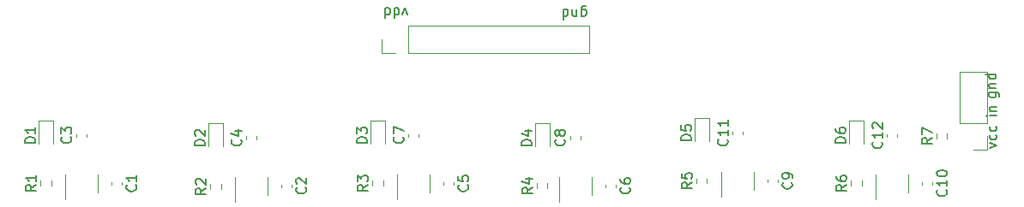
<source format=gbr>
%TF.GenerationSoftware,KiCad,Pcbnew,(5.1.10)-1*%
%TF.CreationDate,2021-12-20T17:30:05+01:00*%
%TF.ProjectId,Touchpad,546f7563-6870-4616-942e-6b696361645f,rev?*%
%TF.SameCoordinates,Original*%
%TF.FileFunction,Legend,Top*%
%TF.FilePolarity,Positive*%
%FSLAX46Y46*%
G04 Gerber Fmt 4.6, Leading zero omitted, Abs format (unit mm)*
G04 Created by KiCad (PCBNEW (5.1.10)-1) date 2021-12-20 17:30:05*
%MOMM*%
%LPD*%
G01*
G04 APERTURE LIST*
%ADD10C,0.150000*%
%ADD11C,0.120000*%
G04 APERTURE END LIST*
D10*
X163377476Y-57681785D02*
X163377476Y-56872261D01*
X163425095Y-56777023D01*
X163472714Y-56729404D01*
X163567952Y-56681785D01*
X163710809Y-56681785D01*
X163806047Y-56729404D01*
X163377476Y-57062738D02*
X163472714Y-57015119D01*
X163663190Y-57015119D01*
X163758428Y-57062738D01*
X163806047Y-57110357D01*
X163853666Y-57205595D01*
X163853666Y-57491309D01*
X163806047Y-57586547D01*
X163758428Y-57634166D01*
X163663190Y-57681785D01*
X163472714Y-57681785D01*
X163377476Y-57634166D01*
X162901285Y-57681785D02*
X162901285Y-57015119D01*
X162901285Y-57586547D02*
X162853666Y-57634166D01*
X162758428Y-57681785D01*
X162615571Y-57681785D01*
X162520333Y-57634166D01*
X162472714Y-57538928D01*
X162472714Y-57015119D01*
X161567952Y-57015119D02*
X161567952Y-58015119D01*
X161567952Y-57062738D02*
X161663190Y-57015119D01*
X161853666Y-57015119D01*
X161948904Y-57062738D01*
X161996523Y-57110357D01*
X162044142Y-57205595D01*
X162044142Y-57491309D01*
X161996523Y-57586547D01*
X161948904Y-57634166D01*
X161853666Y-57681785D01*
X161663190Y-57681785D01*
X161567952Y-57634166D01*
X146176857Y-57554785D02*
X145938761Y-56888119D01*
X145700666Y-57554785D01*
X144891142Y-56888119D02*
X144891142Y-57888119D01*
X144891142Y-56935738D02*
X144986380Y-56888119D01*
X145176857Y-56888119D01*
X145272095Y-56935738D01*
X145319714Y-56983357D01*
X145367333Y-57078595D01*
X145367333Y-57364309D01*
X145319714Y-57459547D01*
X145272095Y-57507166D01*
X145176857Y-57554785D01*
X144986380Y-57554785D01*
X144891142Y-57507166D01*
X143986380Y-56888119D02*
X143986380Y-57888119D01*
X143986380Y-56935738D02*
X144081619Y-56888119D01*
X144272095Y-56888119D01*
X144367333Y-56935738D01*
X144414952Y-56983357D01*
X144462571Y-57078595D01*
X144462571Y-57364309D01*
X144414952Y-57459547D01*
X144367333Y-57507166D01*
X144272095Y-57554785D01*
X144081619Y-57554785D01*
X143986380Y-57507166D01*
X203684214Y-70754738D02*
X204350880Y-70516642D01*
X203684214Y-70278547D01*
X204303261Y-69469023D02*
X204350880Y-69564261D01*
X204350880Y-69754738D01*
X204303261Y-69849976D01*
X204255642Y-69897595D01*
X204160404Y-69945214D01*
X203874690Y-69945214D01*
X203779452Y-69897595D01*
X203731833Y-69849976D01*
X203684214Y-69754738D01*
X203684214Y-69564261D01*
X203731833Y-69469023D01*
X204303261Y-68611880D02*
X204350880Y-68707119D01*
X204350880Y-68897595D01*
X204303261Y-68992833D01*
X204255642Y-69040452D01*
X204160404Y-69088071D01*
X203874690Y-69088071D01*
X203779452Y-69040452D01*
X203731833Y-68992833D01*
X203684214Y-68897595D01*
X203684214Y-68707119D01*
X203731833Y-68611880D01*
X204350880Y-67571880D02*
X203684214Y-67571880D01*
X203350880Y-67571880D02*
X203398500Y-67619500D01*
X203446119Y-67571880D01*
X203398500Y-67524261D01*
X203350880Y-67571880D01*
X203446119Y-67571880D01*
X203684214Y-67095690D02*
X204350880Y-67095690D01*
X203779452Y-67095690D02*
X203731833Y-67048071D01*
X203684214Y-66952833D01*
X203684214Y-66809976D01*
X203731833Y-66714738D01*
X203827071Y-66667119D01*
X204350880Y-66667119D01*
X203620714Y-65269976D02*
X204430238Y-65269976D01*
X204525476Y-65317595D01*
X204573095Y-65365214D01*
X204620714Y-65460452D01*
X204620714Y-65603309D01*
X204573095Y-65698547D01*
X204239761Y-65269976D02*
X204287380Y-65365214D01*
X204287380Y-65555690D01*
X204239761Y-65650928D01*
X204192142Y-65698547D01*
X204096904Y-65746166D01*
X203811190Y-65746166D01*
X203715952Y-65698547D01*
X203668333Y-65650928D01*
X203620714Y-65555690D01*
X203620714Y-65365214D01*
X203668333Y-65269976D01*
X203620714Y-64793785D02*
X204287380Y-64793785D01*
X203715952Y-64793785D02*
X203668333Y-64746166D01*
X203620714Y-64650928D01*
X203620714Y-64508071D01*
X203668333Y-64412833D01*
X203763571Y-64365214D01*
X204287380Y-64365214D01*
X204287380Y-63460452D02*
X203287380Y-63460452D01*
X204239761Y-63460452D02*
X204287380Y-63555690D01*
X204287380Y-63746166D01*
X204239761Y-63841404D01*
X204192142Y-63889023D01*
X204096904Y-63936642D01*
X203811190Y-63936642D01*
X203715952Y-63889023D01*
X203668333Y-63841404D01*
X203620714Y-63746166D01*
X203620714Y-63555690D01*
X203668333Y-63460452D01*
D11*
%TO.C,C1*%
X116990000Y-74390580D02*
X116990000Y-74109420D01*
X118010000Y-74390580D02*
X118010000Y-74109420D01*
%TO.C,C2*%
X134760000Y-74640580D02*
X134760000Y-74359420D01*
X133740000Y-74640580D02*
X133740000Y-74359420D01*
%TO.C,C3*%
X114510000Y-69640580D02*
X114510000Y-69359420D01*
X113490000Y-69640580D02*
X113490000Y-69359420D01*
%TO.C,C4*%
X130290000Y-69890580D02*
X130290000Y-69609420D01*
X131310000Y-69890580D02*
X131310000Y-69609420D01*
%TO.C,C5*%
X150760000Y-74390580D02*
X150760000Y-74109420D01*
X149740000Y-74390580D02*
X149740000Y-74109420D01*
%TO.C,C6*%
X166760000Y-74640580D02*
X166760000Y-74359420D01*
X165740000Y-74640580D02*
X165740000Y-74359420D01*
%TO.C,C7*%
X147310000Y-69640580D02*
X147310000Y-69359420D01*
X146290000Y-69640580D02*
X146290000Y-69359420D01*
%TO.C,C8*%
X162290000Y-69890580D02*
X162290000Y-69609420D01*
X163310000Y-69890580D02*
X163310000Y-69609420D01*
%TO.C,C9*%
X181740000Y-74140580D02*
X181740000Y-73859420D01*
X182760000Y-74140580D02*
X182760000Y-73859420D01*
%TO.C,C10*%
X198010000Y-74390580D02*
X198010000Y-74109420D01*
X196990000Y-74390580D02*
X196990000Y-74109420D01*
%TO.C,C11*%
X179310000Y-69390580D02*
X179310000Y-69109420D01*
X178290000Y-69390580D02*
X178290000Y-69109420D01*
%TO.C,C12*%
X193540000Y-69640580D02*
X193540000Y-69359420D01*
X194560000Y-69640580D02*
X194560000Y-69359420D01*
%TO.C,D1*%
X109765000Y-68015000D02*
X109765000Y-70300000D01*
X111235000Y-68015000D02*
X109765000Y-68015000D01*
X111235000Y-70300000D02*
X111235000Y-68015000D01*
%TO.C,D2*%
X126515000Y-68265000D02*
X126515000Y-70550000D01*
X127985000Y-68265000D02*
X126515000Y-68265000D01*
X127985000Y-70550000D02*
X127985000Y-68265000D01*
%TO.C,D3*%
X142515000Y-68015000D02*
X142515000Y-70300000D01*
X143985000Y-68015000D02*
X142515000Y-68015000D01*
X143985000Y-70300000D02*
X143985000Y-68015000D01*
%TO.C,D4*%
X160235000Y-70550000D02*
X160235000Y-68265000D01*
X160235000Y-68265000D02*
X158765000Y-68265000D01*
X158765000Y-68265000D02*
X158765000Y-70550000D01*
%TO.C,D5*%
X175985000Y-70050000D02*
X175985000Y-67765000D01*
X175985000Y-67765000D02*
X174515000Y-67765000D01*
X174515000Y-67765000D02*
X174515000Y-70050000D01*
%TO.C,D6*%
X191235000Y-70300000D02*
X191235000Y-68015000D01*
X191235000Y-68015000D02*
X189765000Y-68015000D01*
X189765000Y-68015000D02*
X189765000Y-70300000D01*
%TO.C,R1*%
X109977500Y-74487258D02*
X109977500Y-74012742D01*
X111022500Y-74487258D02*
X111022500Y-74012742D01*
%TO.C,R2*%
X127772500Y-74812258D02*
X127772500Y-74337742D01*
X126727500Y-74812258D02*
X126727500Y-74337742D01*
%TO.C,R3*%
X143772500Y-74487258D02*
X143772500Y-74012742D01*
X142727500Y-74487258D02*
X142727500Y-74012742D01*
%TO.C,R4*%
X160022500Y-74737258D02*
X160022500Y-74262742D01*
X158977500Y-74737258D02*
X158977500Y-74262742D01*
%TO.C,R5*%
X174727500Y-74237258D02*
X174727500Y-73762742D01*
X175772500Y-74237258D02*
X175772500Y-73762742D01*
%TO.C,R6*%
X189977500Y-74487258D02*
X189977500Y-74012742D01*
X191022500Y-74487258D02*
X191022500Y-74012742D01*
%TO.C,U1*%
X112390000Y-73350000D02*
X112390000Y-75800000D01*
X115610000Y-75150000D02*
X115610000Y-73350000D01*
%TO.C,U2*%
X132410000Y-75400000D02*
X132410000Y-73600000D01*
X129190000Y-73600000D02*
X129190000Y-76050000D01*
%TO.C,U3*%
X148410000Y-75150000D02*
X148410000Y-73350000D01*
X145190000Y-73350000D02*
X145190000Y-75800000D01*
%TO.C,U4*%
X161190000Y-73600000D02*
X161190000Y-76050000D01*
X164410000Y-75400000D02*
X164410000Y-73600000D01*
%TO.C,U5*%
X180410000Y-74900000D02*
X180410000Y-73100000D01*
X177190000Y-73100000D02*
X177190000Y-75550000D01*
%TO.C,U6*%
X192440000Y-73350000D02*
X192440000Y-75800000D01*
X195660000Y-75150000D02*
X195660000Y-73350000D01*
%TO.C,J1*%
X143670000Y-61330000D02*
X143670000Y-60000000D01*
X145000000Y-61330000D02*
X143670000Y-61330000D01*
X146270000Y-61330000D02*
X146270000Y-58670000D01*
X146270000Y-58670000D02*
X164110000Y-58670000D01*
X146270000Y-61330000D02*
X164110000Y-61330000D01*
X164110000Y-61330000D02*
X164110000Y-58670000D01*
%TO.C,J2*%
X203387000Y-70926000D02*
X202057000Y-70926000D01*
X203387000Y-69596000D02*
X203387000Y-70926000D01*
X203387000Y-68326000D02*
X200727000Y-68326000D01*
X200727000Y-68326000D02*
X200727000Y-63186000D01*
X203387000Y-68326000D02*
X203387000Y-63186000D01*
X203387000Y-63186000D02*
X200727000Y-63186000D01*
%TO.C,R7*%
X199468000Y-69833258D02*
X199468000Y-69358742D01*
X198423000Y-69833258D02*
X198423000Y-69358742D01*
%TO.C,C1*%
D10*
X119357142Y-74416666D02*
X119404761Y-74464285D01*
X119452380Y-74607142D01*
X119452380Y-74702380D01*
X119404761Y-74845238D01*
X119309523Y-74940476D01*
X119214285Y-74988095D01*
X119023809Y-75035714D01*
X118880952Y-75035714D01*
X118690476Y-74988095D01*
X118595238Y-74940476D01*
X118500000Y-74845238D01*
X118452380Y-74702380D01*
X118452380Y-74607142D01*
X118500000Y-74464285D01*
X118547619Y-74416666D01*
X119452380Y-73464285D02*
X119452380Y-74035714D01*
X119452380Y-73750000D02*
X118452380Y-73750000D01*
X118595238Y-73845238D01*
X118690476Y-73940476D01*
X118738095Y-74035714D01*
%TO.C,C2*%
X136107142Y-74666666D02*
X136154761Y-74714285D01*
X136202380Y-74857142D01*
X136202380Y-74952380D01*
X136154761Y-75095238D01*
X136059523Y-75190476D01*
X135964285Y-75238095D01*
X135773809Y-75285714D01*
X135630952Y-75285714D01*
X135440476Y-75238095D01*
X135345238Y-75190476D01*
X135250000Y-75095238D01*
X135202380Y-74952380D01*
X135202380Y-74857142D01*
X135250000Y-74714285D01*
X135297619Y-74666666D01*
X135297619Y-74285714D02*
X135250000Y-74238095D01*
X135202380Y-74142857D01*
X135202380Y-73904761D01*
X135250000Y-73809523D01*
X135297619Y-73761904D01*
X135392857Y-73714285D01*
X135488095Y-73714285D01*
X135630952Y-73761904D01*
X136202380Y-74333333D01*
X136202380Y-73714285D01*
%TO.C,C3*%
X112927142Y-69666666D02*
X112974761Y-69714285D01*
X113022380Y-69857142D01*
X113022380Y-69952380D01*
X112974761Y-70095238D01*
X112879523Y-70190476D01*
X112784285Y-70238095D01*
X112593809Y-70285714D01*
X112450952Y-70285714D01*
X112260476Y-70238095D01*
X112165238Y-70190476D01*
X112070000Y-70095238D01*
X112022380Y-69952380D01*
X112022380Y-69857142D01*
X112070000Y-69714285D01*
X112117619Y-69666666D01*
X112022380Y-69333333D02*
X112022380Y-68714285D01*
X112403333Y-69047619D01*
X112403333Y-68904761D01*
X112450952Y-68809523D01*
X112498571Y-68761904D01*
X112593809Y-68714285D01*
X112831904Y-68714285D01*
X112927142Y-68761904D01*
X112974761Y-68809523D01*
X113022380Y-68904761D01*
X113022380Y-69190476D01*
X112974761Y-69285714D01*
X112927142Y-69333333D01*
%TO.C,C4*%
X129727142Y-69916666D02*
X129774761Y-69964285D01*
X129822380Y-70107142D01*
X129822380Y-70202380D01*
X129774761Y-70345238D01*
X129679523Y-70440476D01*
X129584285Y-70488095D01*
X129393809Y-70535714D01*
X129250952Y-70535714D01*
X129060476Y-70488095D01*
X128965238Y-70440476D01*
X128870000Y-70345238D01*
X128822380Y-70202380D01*
X128822380Y-70107142D01*
X128870000Y-69964285D01*
X128917619Y-69916666D01*
X129155714Y-69059523D02*
X129822380Y-69059523D01*
X128774761Y-69297619D02*
X129489047Y-69535714D01*
X129489047Y-68916666D01*
%TO.C,C5*%
X152107142Y-74416666D02*
X152154761Y-74464285D01*
X152202380Y-74607142D01*
X152202380Y-74702380D01*
X152154761Y-74845238D01*
X152059523Y-74940476D01*
X151964285Y-74988095D01*
X151773809Y-75035714D01*
X151630952Y-75035714D01*
X151440476Y-74988095D01*
X151345238Y-74940476D01*
X151250000Y-74845238D01*
X151202380Y-74702380D01*
X151202380Y-74607142D01*
X151250000Y-74464285D01*
X151297619Y-74416666D01*
X151202380Y-73511904D02*
X151202380Y-73988095D01*
X151678571Y-74035714D01*
X151630952Y-73988095D01*
X151583333Y-73892857D01*
X151583333Y-73654761D01*
X151630952Y-73559523D01*
X151678571Y-73511904D01*
X151773809Y-73464285D01*
X152011904Y-73464285D01*
X152107142Y-73511904D01*
X152154761Y-73559523D01*
X152202380Y-73654761D01*
X152202380Y-73892857D01*
X152154761Y-73988095D01*
X152107142Y-74035714D01*
%TO.C,C6*%
X168107142Y-74666666D02*
X168154761Y-74714285D01*
X168202380Y-74857142D01*
X168202380Y-74952380D01*
X168154761Y-75095238D01*
X168059523Y-75190476D01*
X167964285Y-75238095D01*
X167773809Y-75285714D01*
X167630952Y-75285714D01*
X167440476Y-75238095D01*
X167345238Y-75190476D01*
X167250000Y-75095238D01*
X167202380Y-74952380D01*
X167202380Y-74857142D01*
X167250000Y-74714285D01*
X167297619Y-74666666D01*
X167202380Y-73809523D02*
X167202380Y-74000000D01*
X167250000Y-74095238D01*
X167297619Y-74142857D01*
X167440476Y-74238095D01*
X167630952Y-74285714D01*
X168011904Y-74285714D01*
X168107142Y-74238095D01*
X168154761Y-74190476D01*
X168202380Y-74095238D01*
X168202380Y-73904761D01*
X168154761Y-73809523D01*
X168107142Y-73761904D01*
X168011904Y-73714285D01*
X167773809Y-73714285D01*
X167678571Y-73761904D01*
X167630952Y-73809523D01*
X167583333Y-73904761D01*
X167583333Y-74095238D01*
X167630952Y-74190476D01*
X167678571Y-74238095D01*
X167773809Y-74285714D01*
%TO.C,C7*%
X145727142Y-69666666D02*
X145774761Y-69714285D01*
X145822380Y-69857142D01*
X145822380Y-69952380D01*
X145774761Y-70095238D01*
X145679523Y-70190476D01*
X145584285Y-70238095D01*
X145393809Y-70285714D01*
X145250952Y-70285714D01*
X145060476Y-70238095D01*
X144965238Y-70190476D01*
X144870000Y-70095238D01*
X144822380Y-69952380D01*
X144822380Y-69857142D01*
X144870000Y-69714285D01*
X144917619Y-69666666D01*
X144822380Y-69333333D02*
X144822380Y-68666666D01*
X145822380Y-69095238D01*
%TO.C,C8*%
X161657142Y-69916666D02*
X161704761Y-69964285D01*
X161752380Y-70107142D01*
X161752380Y-70202380D01*
X161704761Y-70345238D01*
X161609523Y-70440476D01*
X161514285Y-70488095D01*
X161323809Y-70535714D01*
X161180952Y-70535714D01*
X160990476Y-70488095D01*
X160895238Y-70440476D01*
X160800000Y-70345238D01*
X160752380Y-70202380D01*
X160752380Y-70107142D01*
X160800000Y-69964285D01*
X160847619Y-69916666D01*
X161180952Y-69345238D02*
X161133333Y-69440476D01*
X161085714Y-69488095D01*
X160990476Y-69535714D01*
X160942857Y-69535714D01*
X160847619Y-69488095D01*
X160800000Y-69440476D01*
X160752380Y-69345238D01*
X160752380Y-69154761D01*
X160800000Y-69059523D01*
X160847619Y-69011904D01*
X160942857Y-68964285D01*
X160990476Y-68964285D01*
X161085714Y-69011904D01*
X161133333Y-69059523D01*
X161180952Y-69154761D01*
X161180952Y-69345238D01*
X161228571Y-69440476D01*
X161276190Y-69488095D01*
X161371428Y-69535714D01*
X161561904Y-69535714D01*
X161657142Y-69488095D01*
X161704761Y-69440476D01*
X161752380Y-69345238D01*
X161752380Y-69154761D01*
X161704761Y-69059523D01*
X161657142Y-69011904D01*
X161561904Y-68964285D01*
X161371428Y-68964285D01*
X161276190Y-69011904D01*
X161228571Y-69059523D01*
X161180952Y-69154761D01*
%TO.C,C9*%
X184107142Y-74166666D02*
X184154761Y-74214285D01*
X184202380Y-74357142D01*
X184202380Y-74452380D01*
X184154761Y-74595238D01*
X184059523Y-74690476D01*
X183964285Y-74738095D01*
X183773809Y-74785714D01*
X183630952Y-74785714D01*
X183440476Y-74738095D01*
X183345238Y-74690476D01*
X183250000Y-74595238D01*
X183202380Y-74452380D01*
X183202380Y-74357142D01*
X183250000Y-74214285D01*
X183297619Y-74166666D01*
X184202380Y-73690476D02*
X184202380Y-73500000D01*
X184154761Y-73404761D01*
X184107142Y-73357142D01*
X183964285Y-73261904D01*
X183773809Y-73214285D01*
X183392857Y-73214285D01*
X183297619Y-73261904D01*
X183250000Y-73309523D01*
X183202380Y-73404761D01*
X183202380Y-73595238D01*
X183250000Y-73690476D01*
X183297619Y-73738095D01*
X183392857Y-73785714D01*
X183630952Y-73785714D01*
X183726190Y-73738095D01*
X183773809Y-73690476D01*
X183821428Y-73595238D01*
X183821428Y-73404761D01*
X183773809Y-73309523D01*
X183726190Y-73261904D01*
X183630952Y-73214285D01*
%TO.C,C10*%
X199357142Y-74892857D02*
X199404761Y-74940476D01*
X199452380Y-75083333D01*
X199452380Y-75178571D01*
X199404761Y-75321428D01*
X199309523Y-75416666D01*
X199214285Y-75464285D01*
X199023809Y-75511904D01*
X198880952Y-75511904D01*
X198690476Y-75464285D01*
X198595238Y-75416666D01*
X198500000Y-75321428D01*
X198452380Y-75178571D01*
X198452380Y-75083333D01*
X198500000Y-74940476D01*
X198547619Y-74892857D01*
X199452380Y-73940476D02*
X199452380Y-74511904D01*
X199452380Y-74226190D02*
X198452380Y-74226190D01*
X198595238Y-74321428D01*
X198690476Y-74416666D01*
X198738095Y-74511904D01*
X198452380Y-73321428D02*
X198452380Y-73226190D01*
X198500000Y-73130952D01*
X198547619Y-73083333D01*
X198642857Y-73035714D01*
X198833333Y-72988095D01*
X199071428Y-72988095D01*
X199261904Y-73035714D01*
X199357142Y-73083333D01*
X199404761Y-73130952D01*
X199452380Y-73226190D01*
X199452380Y-73321428D01*
X199404761Y-73416666D01*
X199357142Y-73464285D01*
X199261904Y-73511904D01*
X199071428Y-73559523D01*
X198833333Y-73559523D01*
X198642857Y-73511904D01*
X198547619Y-73464285D01*
X198500000Y-73416666D01*
X198452380Y-73321428D01*
%TO.C,C11*%
X177727142Y-69892857D02*
X177774761Y-69940476D01*
X177822380Y-70083333D01*
X177822380Y-70178571D01*
X177774761Y-70321428D01*
X177679523Y-70416666D01*
X177584285Y-70464285D01*
X177393809Y-70511904D01*
X177250952Y-70511904D01*
X177060476Y-70464285D01*
X176965238Y-70416666D01*
X176870000Y-70321428D01*
X176822380Y-70178571D01*
X176822380Y-70083333D01*
X176870000Y-69940476D01*
X176917619Y-69892857D01*
X177822380Y-68940476D02*
X177822380Y-69511904D01*
X177822380Y-69226190D02*
X176822380Y-69226190D01*
X176965238Y-69321428D01*
X177060476Y-69416666D01*
X177108095Y-69511904D01*
X177822380Y-67988095D02*
X177822380Y-68559523D01*
X177822380Y-68273809D02*
X176822380Y-68273809D01*
X176965238Y-68369047D01*
X177060476Y-68464285D01*
X177108095Y-68559523D01*
%TO.C,C12*%
X192977142Y-70142857D02*
X193024761Y-70190476D01*
X193072380Y-70333333D01*
X193072380Y-70428571D01*
X193024761Y-70571428D01*
X192929523Y-70666666D01*
X192834285Y-70714285D01*
X192643809Y-70761904D01*
X192500952Y-70761904D01*
X192310476Y-70714285D01*
X192215238Y-70666666D01*
X192120000Y-70571428D01*
X192072380Y-70428571D01*
X192072380Y-70333333D01*
X192120000Y-70190476D01*
X192167619Y-70142857D01*
X193072380Y-69190476D02*
X193072380Y-69761904D01*
X193072380Y-69476190D02*
X192072380Y-69476190D01*
X192215238Y-69571428D01*
X192310476Y-69666666D01*
X192358095Y-69761904D01*
X192167619Y-68809523D02*
X192120000Y-68761904D01*
X192072380Y-68666666D01*
X192072380Y-68428571D01*
X192120000Y-68333333D01*
X192167619Y-68285714D01*
X192262857Y-68238095D01*
X192358095Y-68238095D01*
X192500952Y-68285714D01*
X193072380Y-68857142D01*
X193072380Y-68238095D01*
%TO.C,D1*%
X109452380Y-70238095D02*
X108452380Y-70238095D01*
X108452380Y-70000000D01*
X108500000Y-69857142D01*
X108595238Y-69761904D01*
X108690476Y-69714285D01*
X108880952Y-69666666D01*
X109023809Y-69666666D01*
X109214285Y-69714285D01*
X109309523Y-69761904D01*
X109404761Y-69857142D01*
X109452380Y-70000000D01*
X109452380Y-70238095D01*
X109452380Y-68714285D02*
X109452380Y-69285714D01*
X109452380Y-69000000D02*
X108452380Y-69000000D01*
X108595238Y-69095238D01*
X108690476Y-69190476D01*
X108738095Y-69285714D01*
%TO.C,D2*%
X126202380Y-70488095D02*
X125202380Y-70488095D01*
X125202380Y-70250000D01*
X125250000Y-70107142D01*
X125345238Y-70011904D01*
X125440476Y-69964285D01*
X125630952Y-69916666D01*
X125773809Y-69916666D01*
X125964285Y-69964285D01*
X126059523Y-70011904D01*
X126154761Y-70107142D01*
X126202380Y-70250000D01*
X126202380Y-70488095D01*
X125297619Y-69535714D02*
X125250000Y-69488095D01*
X125202380Y-69392857D01*
X125202380Y-69154761D01*
X125250000Y-69059523D01*
X125297619Y-69011904D01*
X125392857Y-68964285D01*
X125488095Y-68964285D01*
X125630952Y-69011904D01*
X126202380Y-69583333D01*
X126202380Y-68964285D01*
%TO.C,D3*%
X142202380Y-70238095D02*
X141202380Y-70238095D01*
X141202380Y-70000000D01*
X141250000Y-69857142D01*
X141345238Y-69761904D01*
X141440476Y-69714285D01*
X141630952Y-69666666D01*
X141773809Y-69666666D01*
X141964285Y-69714285D01*
X142059523Y-69761904D01*
X142154761Y-69857142D01*
X142202380Y-70000000D01*
X142202380Y-70238095D01*
X141202380Y-69333333D02*
X141202380Y-68714285D01*
X141583333Y-69047619D01*
X141583333Y-68904761D01*
X141630952Y-68809523D01*
X141678571Y-68761904D01*
X141773809Y-68714285D01*
X142011904Y-68714285D01*
X142107142Y-68761904D01*
X142154761Y-68809523D01*
X142202380Y-68904761D01*
X142202380Y-69190476D01*
X142154761Y-69285714D01*
X142107142Y-69333333D01*
%TO.C,D4*%
X158452380Y-70488095D02*
X157452380Y-70488095D01*
X157452380Y-70250000D01*
X157500000Y-70107142D01*
X157595238Y-70011904D01*
X157690476Y-69964285D01*
X157880952Y-69916666D01*
X158023809Y-69916666D01*
X158214285Y-69964285D01*
X158309523Y-70011904D01*
X158404761Y-70107142D01*
X158452380Y-70250000D01*
X158452380Y-70488095D01*
X157785714Y-69059523D02*
X158452380Y-69059523D01*
X157404761Y-69297619D02*
X158119047Y-69535714D01*
X158119047Y-68916666D01*
%TO.C,D5*%
X174202380Y-69988095D02*
X173202380Y-69988095D01*
X173202380Y-69750000D01*
X173250000Y-69607142D01*
X173345238Y-69511904D01*
X173440476Y-69464285D01*
X173630952Y-69416666D01*
X173773809Y-69416666D01*
X173964285Y-69464285D01*
X174059523Y-69511904D01*
X174154761Y-69607142D01*
X174202380Y-69750000D01*
X174202380Y-69988095D01*
X173202380Y-68511904D02*
X173202380Y-68988095D01*
X173678571Y-69035714D01*
X173630952Y-68988095D01*
X173583333Y-68892857D01*
X173583333Y-68654761D01*
X173630952Y-68559523D01*
X173678571Y-68511904D01*
X173773809Y-68464285D01*
X174011904Y-68464285D01*
X174107142Y-68511904D01*
X174154761Y-68559523D01*
X174202380Y-68654761D01*
X174202380Y-68892857D01*
X174154761Y-68988095D01*
X174107142Y-69035714D01*
%TO.C,D6*%
X189452380Y-70238095D02*
X188452380Y-70238095D01*
X188452380Y-70000000D01*
X188500000Y-69857142D01*
X188595238Y-69761904D01*
X188690476Y-69714285D01*
X188880952Y-69666666D01*
X189023809Y-69666666D01*
X189214285Y-69714285D01*
X189309523Y-69761904D01*
X189404761Y-69857142D01*
X189452380Y-70000000D01*
X189452380Y-70238095D01*
X188452380Y-68809523D02*
X188452380Y-69000000D01*
X188500000Y-69095238D01*
X188547619Y-69142857D01*
X188690476Y-69238095D01*
X188880952Y-69285714D01*
X189261904Y-69285714D01*
X189357142Y-69238095D01*
X189404761Y-69190476D01*
X189452380Y-69095238D01*
X189452380Y-68904761D01*
X189404761Y-68809523D01*
X189357142Y-68761904D01*
X189261904Y-68714285D01*
X189023809Y-68714285D01*
X188928571Y-68761904D01*
X188880952Y-68809523D01*
X188833333Y-68904761D01*
X188833333Y-69095238D01*
X188880952Y-69190476D01*
X188928571Y-69238095D01*
X189023809Y-69285714D01*
%TO.C,R1*%
X109522380Y-74416666D02*
X109046190Y-74750000D01*
X109522380Y-74988095D02*
X108522380Y-74988095D01*
X108522380Y-74607142D01*
X108570000Y-74511904D01*
X108617619Y-74464285D01*
X108712857Y-74416666D01*
X108855714Y-74416666D01*
X108950952Y-74464285D01*
X108998571Y-74511904D01*
X109046190Y-74607142D01*
X109046190Y-74988095D01*
X109522380Y-73464285D02*
X109522380Y-74035714D01*
X109522380Y-73750000D02*
X108522380Y-73750000D01*
X108665238Y-73845238D01*
X108760476Y-73940476D01*
X108808095Y-74035714D01*
%TO.C,R2*%
X126272380Y-74741666D02*
X125796190Y-75075000D01*
X126272380Y-75313095D02*
X125272380Y-75313095D01*
X125272380Y-74932142D01*
X125320000Y-74836904D01*
X125367619Y-74789285D01*
X125462857Y-74741666D01*
X125605714Y-74741666D01*
X125700952Y-74789285D01*
X125748571Y-74836904D01*
X125796190Y-74932142D01*
X125796190Y-75313095D01*
X125367619Y-74360714D02*
X125320000Y-74313095D01*
X125272380Y-74217857D01*
X125272380Y-73979761D01*
X125320000Y-73884523D01*
X125367619Y-73836904D01*
X125462857Y-73789285D01*
X125558095Y-73789285D01*
X125700952Y-73836904D01*
X126272380Y-74408333D01*
X126272380Y-73789285D01*
%TO.C,R3*%
X142272380Y-74416666D02*
X141796190Y-74750000D01*
X142272380Y-74988095D02*
X141272380Y-74988095D01*
X141272380Y-74607142D01*
X141320000Y-74511904D01*
X141367619Y-74464285D01*
X141462857Y-74416666D01*
X141605714Y-74416666D01*
X141700952Y-74464285D01*
X141748571Y-74511904D01*
X141796190Y-74607142D01*
X141796190Y-74988095D01*
X141272380Y-74083333D02*
X141272380Y-73464285D01*
X141653333Y-73797619D01*
X141653333Y-73654761D01*
X141700952Y-73559523D01*
X141748571Y-73511904D01*
X141843809Y-73464285D01*
X142081904Y-73464285D01*
X142177142Y-73511904D01*
X142224761Y-73559523D01*
X142272380Y-73654761D01*
X142272380Y-73940476D01*
X142224761Y-74035714D01*
X142177142Y-74083333D01*
%TO.C,R4*%
X158522380Y-74666666D02*
X158046190Y-75000000D01*
X158522380Y-75238095D02*
X157522380Y-75238095D01*
X157522380Y-74857142D01*
X157570000Y-74761904D01*
X157617619Y-74714285D01*
X157712857Y-74666666D01*
X157855714Y-74666666D01*
X157950952Y-74714285D01*
X157998571Y-74761904D01*
X158046190Y-74857142D01*
X158046190Y-75238095D01*
X157855714Y-73809523D02*
X158522380Y-73809523D01*
X157474761Y-74047619D02*
X158189047Y-74285714D01*
X158189047Y-73666666D01*
%TO.C,R5*%
X174272380Y-74166666D02*
X173796190Y-74500000D01*
X174272380Y-74738095D02*
X173272380Y-74738095D01*
X173272380Y-74357142D01*
X173320000Y-74261904D01*
X173367619Y-74214285D01*
X173462857Y-74166666D01*
X173605714Y-74166666D01*
X173700952Y-74214285D01*
X173748571Y-74261904D01*
X173796190Y-74357142D01*
X173796190Y-74738095D01*
X173272380Y-73261904D02*
X173272380Y-73738095D01*
X173748571Y-73785714D01*
X173700952Y-73738095D01*
X173653333Y-73642857D01*
X173653333Y-73404761D01*
X173700952Y-73309523D01*
X173748571Y-73261904D01*
X173843809Y-73214285D01*
X174081904Y-73214285D01*
X174177142Y-73261904D01*
X174224761Y-73309523D01*
X174272380Y-73404761D01*
X174272380Y-73642857D01*
X174224761Y-73738095D01*
X174177142Y-73785714D01*
%TO.C,R6*%
X189522380Y-74416666D02*
X189046190Y-74750000D01*
X189522380Y-74988095D02*
X188522380Y-74988095D01*
X188522380Y-74607142D01*
X188570000Y-74511904D01*
X188617619Y-74464285D01*
X188712857Y-74416666D01*
X188855714Y-74416666D01*
X188950952Y-74464285D01*
X188998571Y-74511904D01*
X189046190Y-74607142D01*
X189046190Y-74988095D01*
X188522380Y-73559523D02*
X188522380Y-73750000D01*
X188570000Y-73845238D01*
X188617619Y-73892857D01*
X188760476Y-73988095D01*
X188950952Y-74035714D01*
X189331904Y-74035714D01*
X189427142Y-73988095D01*
X189474761Y-73940476D01*
X189522380Y-73845238D01*
X189522380Y-73654761D01*
X189474761Y-73559523D01*
X189427142Y-73511904D01*
X189331904Y-73464285D01*
X189093809Y-73464285D01*
X188998571Y-73511904D01*
X188950952Y-73559523D01*
X188903333Y-73654761D01*
X188903333Y-73845238D01*
X188950952Y-73940476D01*
X188998571Y-73988095D01*
X189093809Y-74035714D01*
%TO.C,R7*%
X197967880Y-69762666D02*
X197491690Y-70096000D01*
X197967880Y-70334095D02*
X196967880Y-70334095D01*
X196967880Y-69953142D01*
X197015500Y-69857904D01*
X197063119Y-69810285D01*
X197158357Y-69762666D01*
X197301214Y-69762666D01*
X197396452Y-69810285D01*
X197444071Y-69857904D01*
X197491690Y-69953142D01*
X197491690Y-70334095D01*
X196967880Y-69429333D02*
X196967880Y-68762666D01*
X197967880Y-69191238D01*
%TD*%
M02*

</source>
